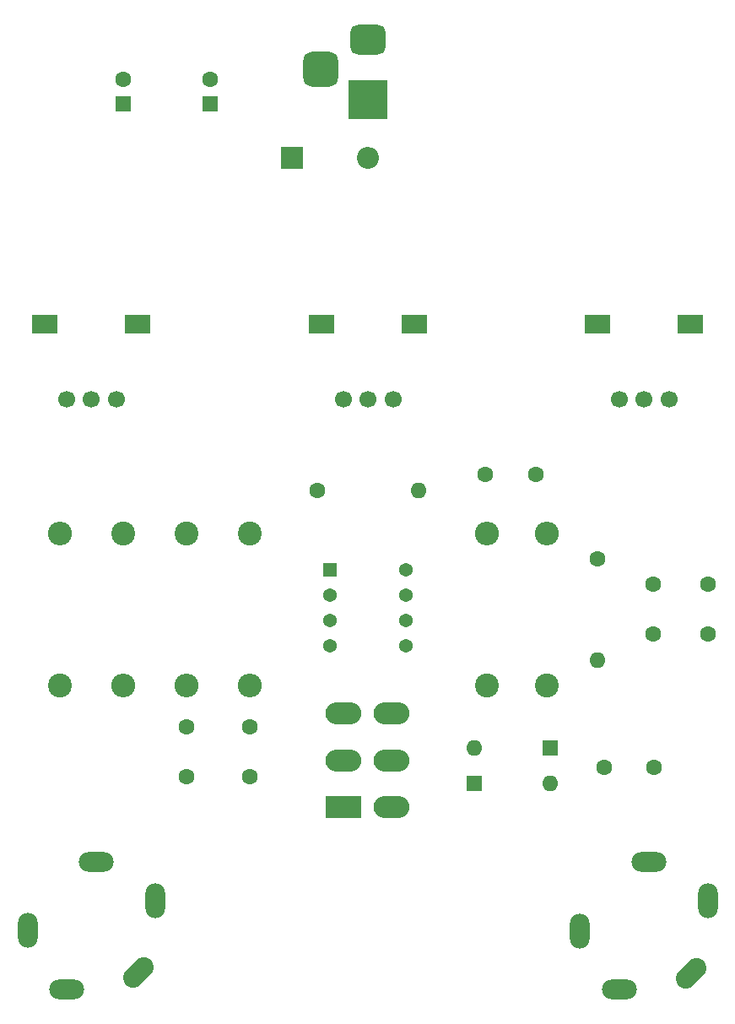
<source format=gbs>
G04 #@! TF.GenerationSoftware,KiCad,Pcbnew,8.0.6*
G04 #@! TF.CreationDate,2024-11-08T07:03:01-05:00*
G04 #@! TF.ProjectId,distpedal,64697374-7065-4646-916c-2e6b69636164,rev?*
G04 #@! TF.SameCoordinates,Original*
G04 #@! TF.FileFunction,Soldermask,Bot*
G04 #@! TF.FilePolarity,Negative*
%FSLAX46Y46*%
G04 Gerber Fmt 4.6, Leading zero omitted, Abs format (unit mm)*
G04 Created by KiCad (PCBNEW 8.0.6) date 2024-11-08 07:03:01*
%MOMM*%
%LPD*%
G01*
G04 APERTURE LIST*
G04 Aperture macros list*
%AMRoundRect*
0 Rectangle with rounded corners*
0 $1 Rounding radius*
0 $2 $3 $4 $5 $6 $7 $8 $9 X,Y pos of 4 corners*
0 Add a 4 corners polygon primitive as box body*
4,1,4,$2,$3,$4,$5,$6,$7,$8,$9,$2,$3,0*
0 Add four circle primitives for the rounded corners*
1,1,$1+$1,$2,$3*
1,1,$1+$1,$4,$5*
1,1,$1+$1,$6,$7*
1,1,$1+$1,$8,$9*
0 Add four rect primitives between the rounded corners*
20,1,$1+$1,$2,$3,$4,$5,0*
20,1,$1+$1,$4,$5,$6,$7,0*
20,1,$1+$1,$6,$7,$8,$9,0*
20,1,$1+$1,$8,$9,$2,$3,0*%
%AMHorizOval*
0 Thick line with rounded ends*
0 $1 width*
0 $2 $3 position (X,Y) of the first rounded end (center of the circle)*
0 $4 $5 position (X,Y) of the second rounded end (center of the circle)*
0 Add line between two ends*
20,1,$1,$2,$3,$4,$5,0*
0 Add two circle primitives to create the rounded ends*
1,1,$1,$2,$3*
1,1,$1,$4,$5*%
G04 Aperture macros list end*
%ADD10R,2.500000X1.900000*%
%ADD11C,1.700000*%
%ADD12C,1.600000*%
%ADD13O,2.400000X2.400000*%
%ADD14C,2.400000*%
%ADD15O,1.600000X1.600000*%
%ADD16O,3.600000X2.200000*%
%ADD17R,3.600000X2.200000*%
%ADD18O,2.000000X3.500000*%
%ADD19O,3.500000X2.000000*%
%ADD20HorizOval,2.000000X0.530330X0.530330X-0.530330X-0.530330X0*%
%ADD21C,1.371600*%
%ADD22R,1.371600X1.371600*%
%ADD23O,2.200000X2.200000*%
%ADD24R,2.200000X2.200000*%
%ADD25R,1.600000X1.600000*%
%ADD26RoundRect,0.875000X-0.875000X0.875000X-0.875000X-0.875000X0.875000X-0.875000X0.875000X0.875000X0*%
%ADD27RoundRect,0.750000X-1.000000X0.750000X-1.000000X-0.750000X1.000000X-0.750000X1.000000X0.750000X0*%
%ADD28R,4.000000X4.000000*%
G04 APERTURE END LIST*
D10*
X71550000Y-79375000D03*
X80850000Y-79375000D03*
D11*
X78700000Y-86875000D03*
X76200000Y-86875000D03*
X73700000Y-86875000D03*
D12*
X85725000Y-124737500D03*
X85725000Y-119737500D03*
D13*
X92075000Y-115570000D03*
D14*
X92075000Y-100330000D03*
D15*
X127000000Y-113030000D03*
D12*
X127000000Y-102870000D03*
D16*
X106362500Y-127793750D03*
X106362500Y-123093750D03*
X106362500Y-118393750D03*
X101532500Y-118393750D03*
X101532500Y-123093750D03*
D17*
X101532500Y-127793750D03*
D18*
X82600000Y-137150000D03*
D19*
X73700000Y-146050000D03*
X76700000Y-133250000D03*
D18*
X69800000Y-140150000D03*
D20*
X80937615Y-144387615D03*
D13*
X115887500Y-100330000D03*
D14*
X115887500Y-115570000D03*
D12*
X127675000Y-123825000D03*
X132675000Y-123825000D03*
D10*
X127000000Y-79375000D03*
X136300000Y-79375000D03*
D11*
X134150000Y-86875000D03*
X131650000Y-86875000D03*
X129150000Y-86875000D03*
D13*
X85725000Y-115570000D03*
D14*
X85725000Y-100330000D03*
D15*
X109061250Y-96043750D03*
D12*
X98901250Y-96043750D03*
X120768750Y-94456250D03*
X115768750Y-94456250D03*
D21*
X107791250Y-103981250D03*
X107791250Y-106521250D03*
X107791250Y-109061250D03*
X107791250Y-111601250D03*
X100171250Y-111601250D03*
X100171250Y-109061250D03*
X100171250Y-106521250D03*
D22*
X100171250Y-103981250D03*
D18*
X138050000Y-137200000D03*
D19*
X129150000Y-146100000D03*
X132150000Y-133300000D03*
D18*
X125250000Y-140200000D03*
D20*
X136387615Y-144437615D03*
D12*
X92075000Y-124737500D03*
X92075000Y-119737500D03*
D23*
X103981250Y-62706250D03*
D24*
X96361250Y-62706250D03*
D12*
X132556250Y-110450000D03*
X132556250Y-105450000D03*
X88106250Y-54768750D03*
D25*
X88106250Y-57268750D03*
D15*
X114617500Y-121862500D03*
D25*
X122237500Y-121862500D03*
D13*
X79375000Y-115570000D03*
D14*
X79375000Y-100330000D03*
D12*
X79375000Y-54768750D03*
D25*
X79375000Y-57268750D03*
D15*
X122237500Y-125412500D03*
D25*
X114617500Y-125412500D03*
D13*
X73025000Y-100330000D03*
D14*
X73025000Y-115570000D03*
D10*
X99331250Y-79375000D03*
X108631250Y-79375000D03*
D11*
X106481250Y-86875000D03*
X103981250Y-86875000D03*
X101481250Y-86875000D03*
D26*
X99181250Y-53800000D03*
D27*
X103981250Y-50800000D03*
D28*
X103981250Y-56800000D03*
D13*
X121937500Y-100330000D03*
D14*
X121937500Y-115570000D03*
D12*
X138112500Y-110450000D03*
X138112500Y-105450000D03*
M02*

</source>
